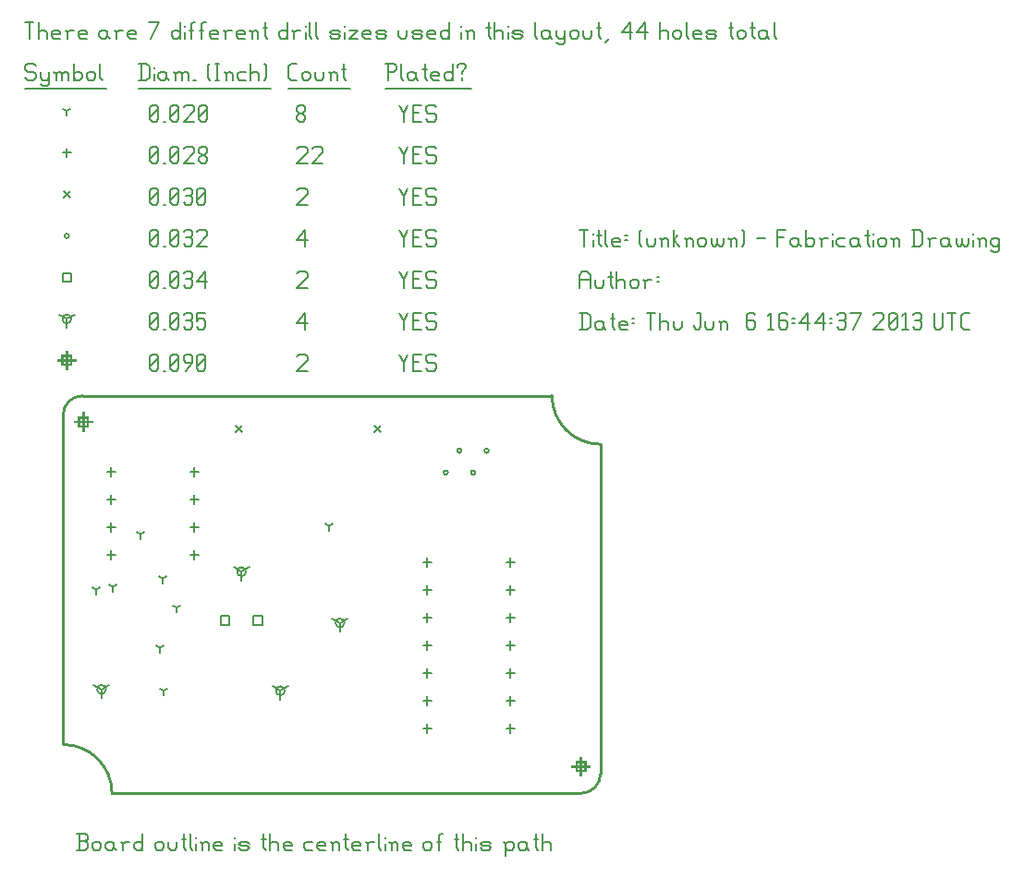
<source format=gbr>
G04 start of page 12 for group -3984 idx -3984 *
G04 Title: (unknown), fab *
G04 Creator: pcb 20110918 *
G04 CreationDate: Thu Jun  6 16:44:37 2013 UTC *
G04 For: fosse *
G04 Format: Gerber/RS-274X *
G04 PCB-Dimensions: 210000 156000 *
G04 PCB-Coordinate-Origin: lower left *
%MOIN*%
%FSLAX25Y25*%
%LNFAB*%
%ADD97C,0.0100*%
%ADD96C,0.0075*%
%ADD95C,0.0060*%
%ADD94R,0.0080X0.0080*%
G54D94*X21000Y148200D02*Y141800D01*
X17800Y145000D02*X24200D01*
X19400Y146600D02*X22600D01*
X19400D02*Y143400D01*
X22600D01*
Y146600D02*Y143400D01*
X200400Y23800D02*Y17400D01*
X197200Y20600D02*X203600D01*
X198800Y22200D02*X202000D01*
X198800D02*Y19000D01*
X202000D01*
Y22200D02*Y19000D01*
X15000Y170450D02*Y164050D01*
X11800Y167250D02*X18200D01*
X13400Y168850D02*X16600D01*
X13400D02*Y165650D01*
X16600D01*
Y168850D02*Y165650D01*
G54D95*X135000Y169500D02*X136500Y166500D01*
X138000Y169500D01*
X136500Y166500D02*Y163500D01*
X139800Y166800D02*X142050D01*
X139800Y163500D02*X142800D01*
X139800Y169500D02*Y163500D01*
Y169500D02*X142800D01*
X147600D02*X148350Y168750D01*
X145350Y169500D02*X147600D01*
X144600Y168750D02*X145350Y169500D01*
X144600Y168750D02*Y167250D01*
X145350Y166500D01*
X147600D01*
X148350Y165750D01*
Y164250D01*
X147600Y163500D02*X148350Y164250D01*
X145350Y163500D02*X147600D01*
X144600Y164250D02*X145350Y163500D01*
X98000Y168750D02*X98750Y169500D01*
X101000D01*
X101750Y168750D01*
Y167250D01*
X98000Y163500D02*X101750Y167250D01*
X98000Y163500D02*X101750D01*
X45000Y164250D02*X45750Y163500D01*
X45000Y168750D02*Y164250D01*
Y168750D02*X45750Y169500D01*
X47250D01*
X48000Y168750D01*
Y164250D01*
X47250Y163500D02*X48000Y164250D01*
X45750Y163500D02*X47250D01*
X45000Y165000D02*X48000Y168000D01*
X49800Y163500D02*X50550D01*
X52350Y164250D02*X53100Y163500D01*
X52350Y168750D02*Y164250D01*
Y168750D02*X53100Y169500D01*
X54600D01*
X55350Y168750D01*
Y164250D01*
X54600Y163500D02*X55350Y164250D01*
X53100Y163500D02*X54600D01*
X52350Y165000D02*X55350Y168000D01*
X57900Y163500D02*X60150Y166500D01*
Y168750D02*Y166500D01*
X59400Y169500D02*X60150Y168750D01*
X57900Y169500D02*X59400D01*
X57150Y168750D02*X57900Y169500D01*
X57150Y168750D02*Y167250D01*
X57900Y166500D01*
X60150D01*
X61950Y164250D02*X62700Y163500D01*
X61950Y168750D02*Y164250D01*
Y168750D02*X62700Y169500D01*
X64200D01*
X64950Y168750D01*
Y164250D01*
X64200Y163500D02*X64950Y164250D01*
X62700Y163500D02*X64200D01*
X61950Y165000D02*X64950Y168000D01*
X113500Y72500D02*Y69300D01*
Y72500D02*X116273Y74100D01*
X113500Y72500D02*X110727Y74100D01*
X111900Y72500D02*G75*G03X115100Y72500I1600J0D01*G01*
G75*G03X111900Y72500I-1600J0D01*G01*
X78000Y91000D02*Y87800D01*
Y91000D02*X80773Y92600D01*
X78000Y91000D02*X75227Y92600D01*
X76400Y91000D02*G75*G03X79600Y91000I1600J0D01*G01*
G75*G03X76400Y91000I-1600J0D01*G01*
X92000Y48000D02*Y44800D01*
Y48000D02*X94773Y49600D01*
X92000Y48000D02*X89227Y49600D01*
X90400Y48000D02*G75*G03X93600Y48000I1600J0D01*G01*
G75*G03X90400Y48000I-1600J0D01*G01*
X27500Y48500D02*Y45300D01*
Y48500D02*X30273Y50100D01*
X27500Y48500D02*X24727Y50100D01*
X25900Y48500D02*G75*G03X29100Y48500I1600J0D01*G01*
G75*G03X25900Y48500I-1600J0D01*G01*
X15000Y182250D02*Y179050D01*
Y182250D02*X17773Y183850D01*
X15000Y182250D02*X12227Y183850D01*
X13400Y182250D02*G75*G03X16600Y182250I1600J0D01*G01*
G75*G03X13400Y182250I-1600J0D01*G01*
X135000Y184500D02*X136500Y181500D01*
X138000Y184500D01*
X136500Y181500D02*Y178500D01*
X139800Y181800D02*X142050D01*
X139800Y178500D02*X142800D01*
X139800Y184500D02*Y178500D01*
Y184500D02*X142800D01*
X147600D02*X148350Y183750D01*
X145350Y184500D02*X147600D01*
X144600Y183750D02*X145350Y184500D01*
X144600Y183750D02*Y182250D01*
X145350Y181500D01*
X147600D01*
X148350Y180750D01*
Y179250D01*
X147600Y178500D02*X148350Y179250D01*
X145350Y178500D02*X147600D01*
X144600Y179250D02*X145350Y178500D01*
X98000Y180750D02*X101000Y184500D01*
X98000Y180750D02*X101750D01*
X101000Y184500D02*Y178500D01*
X45000Y179250D02*X45750Y178500D01*
X45000Y183750D02*Y179250D01*
Y183750D02*X45750Y184500D01*
X47250D01*
X48000Y183750D01*
Y179250D01*
X47250Y178500D02*X48000Y179250D01*
X45750Y178500D02*X47250D01*
X45000Y180000D02*X48000Y183000D01*
X49800Y178500D02*X50550D01*
X52350Y179250D02*X53100Y178500D01*
X52350Y183750D02*Y179250D01*
Y183750D02*X53100Y184500D01*
X54600D01*
X55350Y183750D01*
Y179250D01*
X54600Y178500D02*X55350Y179250D01*
X53100Y178500D02*X54600D01*
X52350Y180000D02*X55350Y183000D01*
X57150Y183750D02*X57900Y184500D01*
X59400D01*
X60150Y183750D01*
X59400Y178500D02*X60150Y179250D01*
X57900Y178500D02*X59400D01*
X57150Y179250D02*X57900Y178500D01*
Y181800D02*X59400D01*
X60150Y183750D02*Y182550D01*
Y181050D02*Y179250D01*
Y181050D02*X59400Y181800D01*
X60150Y182550D02*X59400Y181800D01*
X61950Y184500D02*X64950D01*
X61950D02*Y181500D01*
X62700Y182250D01*
X64200D01*
X64950Y181500D01*
Y179250D01*
X64200Y178500D02*X64950Y179250D01*
X62700Y178500D02*X64200D01*
X61950Y179250D02*X62700Y178500D01*
X70400Y75100D02*X73600D01*
X70400D02*Y71900D01*
X73600D01*
Y75100D02*Y71900D01*
X82200Y75100D02*X85400D01*
X82200D02*Y71900D01*
X85400D01*
Y75100D02*Y71900D01*
X13400Y198850D02*X16600D01*
X13400D02*Y195650D01*
X16600D01*
Y198850D02*Y195650D01*
X135000Y199500D02*X136500Y196500D01*
X138000Y199500D01*
X136500Y196500D02*Y193500D01*
X139800Y196800D02*X142050D01*
X139800Y193500D02*X142800D01*
X139800Y199500D02*Y193500D01*
Y199500D02*X142800D01*
X147600D02*X148350Y198750D01*
X145350Y199500D02*X147600D01*
X144600Y198750D02*X145350Y199500D01*
X144600Y198750D02*Y197250D01*
X145350Y196500D01*
X147600D01*
X148350Y195750D01*
Y194250D01*
X147600Y193500D02*X148350Y194250D01*
X145350Y193500D02*X147600D01*
X144600Y194250D02*X145350Y193500D01*
X98000Y198750D02*X98750Y199500D01*
X101000D01*
X101750Y198750D01*
Y197250D01*
X98000Y193500D02*X101750Y197250D01*
X98000Y193500D02*X101750D01*
X45000Y194250D02*X45750Y193500D01*
X45000Y198750D02*Y194250D01*
Y198750D02*X45750Y199500D01*
X47250D01*
X48000Y198750D01*
Y194250D01*
X47250Y193500D02*X48000Y194250D01*
X45750Y193500D02*X47250D01*
X45000Y195000D02*X48000Y198000D01*
X49800Y193500D02*X50550D01*
X52350Y194250D02*X53100Y193500D01*
X52350Y198750D02*Y194250D01*
Y198750D02*X53100Y199500D01*
X54600D01*
X55350Y198750D01*
Y194250D01*
X54600Y193500D02*X55350Y194250D01*
X53100Y193500D02*X54600D01*
X52350Y195000D02*X55350Y198000D01*
X57150Y198750D02*X57900Y199500D01*
X59400D01*
X60150Y198750D01*
X59400Y193500D02*X60150Y194250D01*
X57900Y193500D02*X59400D01*
X57150Y194250D02*X57900Y193500D01*
Y196800D02*X59400D01*
X60150Y198750D02*Y197550D01*
Y196050D02*Y194250D01*
Y196050D02*X59400Y196800D01*
X60150Y197550D02*X59400Y196800D01*
X61950Y195750D02*X64950Y199500D01*
X61950Y195750D02*X65700D01*
X64950Y199500D02*Y193500D01*
X150857Y126771D02*G75*G03X152457Y126771I800J0D01*G01*
G75*G03X150857Y126771I-800J0D01*G01*
X155779Y134645D02*G75*G03X157379Y134645I800J0D01*G01*
G75*G03X155779Y134645I-800J0D01*G01*
X160700Y126771D02*G75*G03X162300Y126771I800J0D01*G01*
G75*G03X160700Y126771I-800J0D01*G01*
X165621Y134645D02*G75*G03X167221Y134645I800J0D01*G01*
G75*G03X165621Y134645I-800J0D01*G01*
X14200Y212250D02*G75*G03X15800Y212250I800J0D01*G01*
G75*G03X14200Y212250I-800J0D01*G01*
X135000Y214500D02*X136500Y211500D01*
X138000Y214500D01*
X136500Y211500D02*Y208500D01*
X139800Y211800D02*X142050D01*
X139800Y208500D02*X142800D01*
X139800Y214500D02*Y208500D01*
Y214500D02*X142800D01*
X147600D02*X148350Y213750D01*
X145350Y214500D02*X147600D01*
X144600Y213750D02*X145350Y214500D01*
X144600Y213750D02*Y212250D01*
X145350Y211500D01*
X147600D01*
X148350Y210750D01*
Y209250D01*
X147600Y208500D02*X148350Y209250D01*
X145350Y208500D02*X147600D01*
X144600Y209250D02*X145350Y208500D01*
X98000Y210750D02*X101000Y214500D01*
X98000Y210750D02*X101750D01*
X101000Y214500D02*Y208500D01*
X45000Y209250D02*X45750Y208500D01*
X45000Y213750D02*Y209250D01*
Y213750D02*X45750Y214500D01*
X47250D01*
X48000Y213750D01*
Y209250D01*
X47250Y208500D02*X48000Y209250D01*
X45750Y208500D02*X47250D01*
X45000Y210000D02*X48000Y213000D01*
X49800Y208500D02*X50550D01*
X52350Y209250D02*X53100Y208500D01*
X52350Y213750D02*Y209250D01*
Y213750D02*X53100Y214500D01*
X54600D01*
X55350Y213750D01*
Y209250D01*
X54600Y208500D02*X55350Y209250D01*
X53100Y208500D02*X54600D01*
X52350Y210000D02*X55350Y213000D01*
X57150Y213750D02*X57900Y214500D01*
X59400D01*
X60150Y213750D01*
X59400Y208500D02*X60150Y209250D01*
X57900Y208500D02*X59400D01*
X57150Y209250D02*X57900Y208500D01*
Y211800D02*X59400D01*
X60150Y213750D02*Y212550D01*
Y211050D02*Y209250D01*
Y211050D02*X59400Y211800D01*
X60150Y212550D02*X59400Y211800D01*
X61950Y213750D02*X62700Y214500D01*
X64950D01*
X65700Y213750D01*
Y212250D01*
X61950Y208500D02*X65700Y212250D01*
X61950Y208500D02*X65700D01*
X75800Y143700D02*X78200Y141300D01*
X75800D02*X78200Y143700D01*
X125800D02*X128200Y141300D01*
X125800D02*X128200Y143700D01*
X13800Y228450D02*X16200Y226050D01*
X13800D02*X16200Y228450D01*
X135000Y229500D02*X136500Y226500D01*
X138000Y229500D01*
X136500Y226500D02*Y223500D01*
X139800Y226800D02*X142050D01*
X139800Y223500D02*X142800D01*
X139800Y229500D02*Y223500D01*
Y229500D02*X142800D01*
X147600D02*X148350Y228750D01*
X145350Y229500D02*X147600D01*
X144600Y228750D02*X145350Y229500D01*
X144600Y228750D02*Y227250D01*
X145350Y226500D01*
X147600D01*
X148350Y225750D01*
Y224250D01*
X147600Y223500D02*X148350Y224250D01*
X145350Y223500D02*X147600D01*
X144600Y224250D02*X145350Y223500D01*
X98000Y228750D02*X98750Y229500D01*
X101000D01*
X101750Y228750D01*
Y227250D01*
X98000Y223500D02*X101750Y227250D01*
X98000Y223500D02*X101750D01*
X45000Y224250D02*X45750Y223500D01*
X45000Y228750D02*Y224250D01*
Y228750D02*X45750Y229500D01*
X47250D01*
X48000Y228750D01*
Y224250D01*
X47250Y223500D02*X48000Y224250D01*
X45750Y223500D02*X47250D01*
X45000Y225000D02*X48000Y228000D01*
X49800Y223500D02*X50550D01*
X52350Y224250D02*X53100Y223500D01*
X52350Y228750D02*Y224250D01*
Y228750D02*X53100Y229500D01*
X54600D01*
X55350Y228750D01*
Y224250D01*
X54600Y223500D02*X55350Y224250D01*
X53100Y223500D02*X54600D01*
X52350Y225000D02*X55350Y228000D01*
X57150Y228750D02*X57900Y229500D01*
X59400D01*
X60150Y228750D01*
X59400Y223500D02*X60150Y224250D01*
X57900Y223500D02*X59400D01*
X57150Y224250D02*X57900Y223500D01*
Y226800D02*X59400D01*
X60150Y228750D02*Y227550D01*
Y226050D02*Y224250D01*
Y226050D02*X59400Y226800D01*
X60150Y227550D02*X59400Y226800D01*
X61950Y224250D02*X62700Y223500D01*
X61950Y228750D02*Y224250D01*
Y228750D02*X62700Y229500D01*
X64200D01*
X64950Y228750D01*
Y224250D01*
X64200Y223500D02*X64950Y224250D01*
X62700Y223500D02*X64200D01*
X61950Y225000D02*X64950Y228000D01*
X145000Y36100D02*Y32900D01*
X143400Y34500D02*X146600D01*
X145000Y46100D02*Y42900D01*
X143400Y44500D02*X146600D01*
X145000Y56100D02*Y52900D01*
X143400Y54500D02*X146600D01*
X145000Y66100D02*Y62900D01*
X143400Y64500D02*X146600D01*
X145000Y76100D02*Y72900D01*
X143400Y74500D02*X146600D01*
X145000Y86100D02*Y82900D01*
X143400Y84500D02*X146600D01*
X145000Y96100D02*Y92900D01*
X143400Y94500D02*X146600D01*
X175000Y96100D02*Y92900D01*
X173400Y94500D02*X176600D01*
X175000Y86100D02*Y82900D01*
X173400Y84500D02*X176600D01*
X175000Y76100D02*Y72900D01*
X173400Y74500D02*X176600D01*
X175000Y66100D02*Y62900D01*
X173400Y64500D02*X176600D01*
X175000Y56100D02*Y52900D01*
X173400Y54500D02*X176600D01*
X175000Y46100D02*Y42900D01*
X173400Y44500D02*X176600D01*
X175000Y36100D02*Y32900D01*
X173400Y34500D02*X176600D01*
X31000Y98600D02*Y95400D01*
X29400Y97000D02*X32600D01*
X31000Y108600D02*Y105400D01*
X29400Y107000D02*X32600D01*
X31000Y118600D02*Y115400D01*
X29400Y117000D02*X32600D01*
X31000Y128600D02*Y125400D01*
X29400Y127000D02*X32600D01*
X61000Y128600D02*Y125400D01*
X59400Y127000D02*X62600D01*
X61000Y118600D02*Y115400D01*
X59400Y117000D02*X62600D01*
X61000Y108600D02*Y105400D01*
X59400Y107000D02*X62600D01*
X61000Y98600D02*Y95400D01*
X59400Y97000D02*X62600D01*
X15000Y243850D02*Y240650D01*
X13400Y242250D02*X16600D01*
X135000Y244500D02*X136500Y241500D01*
X138000Y244500D01*
X136500Y241500D02*Y238500D01*
X139800Y241800D02*X142050D01*
X139800Y238500D02*X142800D01*
X139800Y244500D02*Y238500D01*
Y244500D02*X142800D01*
X147600D02*X148350Y243750D01*
X145350Y244500D02*X147600D01*
X144600Y243750D02*X145350Y244500D01*
X144600Y243750D02*Y242250D01*
X145350Y241500D01*
X147600D01*
X148350Y240750D01*
Y239250D01*
X147600Y238500D02*X148350Y239250D01*
X145350Y238500D02*X147600D01*
X144600Y239250D02*X145350Y238500D01*
X98000Y243750D02*X98750Y244500D01*
X101000D01*
X101750Y243750D01*
Y242250D01*
X98000Y238500D02*X101750Y242250D01*
X98000Y238500D02*X101750D01*
X103550Y243750D02*X104300Y244500D01*
X106550D01*
X107300Y243750D01*
Y242250D01*
X103550Y238500D02*X107300Y242250D01*
X103550Y238500D02*X107300D01*
X45000Y239250D02*X45750Y238500D01*
X45000Y243750D02*Y239250D01*
Y243750D02*X45750Y244500D01*
X47250D01*
X48000Y243750D01*
Y239250D01*
X47250Y238500D02*X48000Y239250D01*
X45750Y238500D02*X47250D01*
X45000Y240000D02*X48000Y243000D01*
X49800Y238500D02*X50550D01*
X52350Y239250D02*X53100Y238500D01*
X52350Y243750D02*Y239250D01*
Y243750D02*X53100Y244500D01*
X54600D01*
X55350Y243750D01*
Y239250D01*
X54600Y238500D02*X55350Y239250D01*
X53100Y238500D02*X54600D01*
X52350Y240000D02*X55350Y243000D01*
X57150Y243750D02*X57900Y244500D01*
X60150D01*
X60900Y243750D01*
Y242250D01*
X57150Y238500D02*X60900Y242250D01*
X57150Y238500D02*X60900D01*
X62700Y239250D02*X63450Y238500D01*
X62700Y240450D02*Y239250D01*
Y240450D02*X63750Y241500D01*
X64650D01*
X65700Y240450D01*
Y239250D01*
X64950Y238500D02*X65700Y239250D01*
X63450Y238500D02*X64950D01*
X62700Y242550D02*X63750Y241500D01*
X62700Y243750D02*Y242550D01*
Y243750D02*X63450Y244500D01*
X64950D01*
X65700Y243750D01*
Y242550D01*
X64650Y241500D02*X65700Y242550D01*
X109500Y107500D02*Y105900D01*
Y107500D02*X110887Y108300D01*
X109500Y107500D02*X108113Y108300D01*
X49500Y88500D02*Y86900D01*
Y88500D02*X50887Y89300D01*
X49500Y88500D02*X48113Y89300D01*
X54500Y78000D02*Y76400D01*
Y78000D02*X55887Y78800D01*
X54500Y78000D02*X53113Y78800D01*
X41500Y104500D02*Y102900D01*
Y104500D02*X42887Y105300D01*
X41500Y104500D02*X40113Y105300D01*
X48500Y63500D02*Y61900D01*
Y63500D02*X49887Y64300D01*
X48500Y63500D02*X47113Y64300D01*
X50000Y48000D02*Y46400D01*
Y48000D02*X51387Y48800D01*
X50000Y48000D02*X48613Y48800D01*
X31500Y85500D02*Y83900D01*
Y85500D02*X32887Y86300D01*
X31500Y85500D02*X30113Y86300D01*
X25500Y84500D02*Y82900D01*
Y84500D02*X26887Y85300D01*
X25500Y84500D02*X24113Y85300D01*
X15000Y257250D02*Y255650D01*
Y257250D02*X16387Y258050D01*
X15000Y257250D02*X13613Y258050D01*
X135000Y259500D02*X136500Y256500D01*
X138000Y259500D01*
X136500Y256500D02*Y253500D01*
X139800Y256800D02*X142050D01*
X139800Y253500D02*X142800D01*
X139800Y259500D02*Y253500D01*
Y259500D02*X142800D01*
X147600D02*X148350Y258750D01*
X145350Y259500D02*X147600D01*
X144600Y258750D02*X145350Y259500D01*
X144600Y258750D02*Y257250D01*
X145350Y256500D01*
X147600D01*
X148350Y255750D01*
Y254250D01*
X147600Y253500D02*X148350Y254250D01*
X145350Y253500D02*X147600D01*
X144600Y254250D02*X145350Y253500D01*
X98000Y254250D02*X98750Y253500D01*
X98000Y255450D02*Y254250D01*
Y255450D02*X99050Y256500D01*
X99950D01*
X101000Y255450D01*
Y254250D01*
X100250Y253500D02*X101000Y254250D01*
X98750Y253500D02*X100250D01*
X98000Y257550D02*X99050Y256500D01*
X98000Y258750D02*Y257550D01*
Y258750D02*X98750Y259500D01*
X100250D01*
X101000Y258750D01*
Y257550D01*
X99950Y256500D02*X101000Y257550D01*
X45000Y254250D02*X45750Y253500D01*
X45000Y258750D02*Y254250D01*
Y258750D02*X45750Y259500D01*
X47250D01*
X48000Y258750D01*
Y254250D01*
X47250Y253500D02*X48000Y254250D01*
X45750Y253500D02*X47250D01*
X45000Y255000D02*X48000Y258000D01*
X49800Y253500D02*X50550D01*
X52350Y254250D02*X53100Y253500D01*
X52350Y258750D02*Y254250D01*
Y258750D02*X53100Y259500D01*
X54600D01*
X55350Y258750D01*
Y254250D01*
X54600Y253500D02*X55350Y254250D01*
X53100Y253500D02*X54600D01*
X52350Y255000D02*X55350Y258000D01*
X57150Y258750D02*X57900Y259500D01*
X60150D01*
X60900Y258750D01*
Y257250D01*
X57150Y253500D02*X60900Y257250D01*
X57150Y253500D02*X60900D01*
X62700Y254250D02*X63450Y253500D01*
X62700Y258750D02*Y254250D01*
Y258750D02*X63450Y259500D01*
X64950D01*
X65700Y258750D01*
Y254250D01*
X64950Y253500D02*X65700Y254250D01*
X63450Y253500D02*X64950D01*
X62700Y255000D02*X65700Y258000D01*
X3000Y274500D02*X3750Y273750D01*
X750Y274500D02*X3000D01*
X0Y273750D02*X750Y274500D01*
X0Y273750D02*Y272250D01*
X750Y271500D01*
X3000D01*
X3750Y270750D01*
Y269250D01*
X3000Y268500D02*X3750Y269250D01*
X750Y268500D02*X3000D01*
X0Y269250D02*X750Y268500D01*
X5550Y271500D02*Y269250D01*
X6300Y268500D01*
X8550Y271500D02*Y267000D01*
X7800Y266250D02*X8550Y267000D01*
X6300Y266250D02*X7800D01*
X5550Y267000D02*X6300Y266250D01*
Y268500D02*X7800D01*
X8550Y269250D01*
X11100Y270750D02*Y268500D01*
Y270750D02*X11850Y271500D01*
X12600D01*
X13350Y270750D01*
Y268500D01*
Y270750D02*X14100Y271500D01*
X14850D01*
X15600Y270750D01*
Y268500D01*
X10350Y271500D02*X11100Y270750D01*
X17400Y274500D02*Y268500D01*
Y269250D02*X18150Y268500D01*
X19650D01*
X20400Y269250D01*
Y270750D02*Y269250D01*
X19650Y271500D02*X20400Y270750D01*
X18150Y271500D02*X19650D01*
X17400Y270750D02*X18150Y271500D01*
X22200Y270750D02*Y269250D01*
Y270750D02*X22950Y271500D01*
X24450D01*
X25200Y270750D01*
Y269250D01*
X24450Y268500D02*X25200Y269250D01*
X22950Y268500D02*X24450D01*
X22200Y269250D02*X22950Y268500D01*
X27000Y274500D02*Y269250D01*
X27750Y268500D01*
X0Y265250D02*X29250D01*
X41750Y274500D02*Y268500D01*
X43700Y274500D02*X44750Y273450D01*
Y269550D01*
X43700Y268500D02*X44750Y269550D01*
X41000Y268500D02*X43700D01*
X41000Y274500D02*X43700D01*
G54D96*X46550Y273000D02*Y272850D01*
G54D95*Y270750D02*Y268500D01*
X50300Y271500D02*X51050Y270750D01*
X48800Y271500D02*X50300D01*
X48050Y270750D02*X48800Y271500D01*
X48050Y270750D02*Y269250D01*
X48800Y268500D01*
X51050Y271500D02*Y269250D01*
X51800Y268500D01*
X48800D02*X50300D01*
X51050Y269250D01*
X54350Y270750D02*Y268500D01*
Y270750D02*X55100Y271500D01*
X55850D01*
X56600Y270750D01*
Y268500D01*
Y270750D02*X57350Y271500D01*
X58100D01*
X58850Y270750D01*
Y268500D01*
X53600Y271500D02*X54350Y270750D01*
X60650Y268500D02*X61400D01*
X65900Y269250D02*X66650Y268500D01*
X65900Y273750D02*X66650Y274500D01*
X65900Y273750D02*Y269250D01*
X68450Y274500D02*X69950D01*
X69200D02*Y268500D01*
X68450D02*X69950D01*
X72500Y270750D02*Y268500D01*
Y270750D02*X73250Y271500D01*
X74000D01*
X74750Y270750D01*
Y268500D01*
X71750Y271500D02*X72500Y270750D01*
X77300Y271500D02*X79550D01*
X76550Y270750D02*X77300Y271500D01*
X76550Y270750D02*Y269250D01*
X77300Y268500D01*
X79550D01*
X81350Y274500D02*Y268500D01*
Y270750D02*X82100Y271500D01*
X83600D01*
X84350Y270750D01*
Y268500D01*
X86150Y274500D02*X86900Y273750D01*
Y269250D01*
X86150Y268500D02*X86900Y269250D01*
X41000Y265250D02*X88700D01*
X96050Y268500D02*X98000D01*
X95000Y269550D02*X96050Y268500D01*
X95000Y273450D02*Y269550D01*
Y273450D02*X96050Y274500D01*
X98000D01*
X99800Y270750D02*Y269250D01*
Y270750D02*X100550Y271500D01*
X102050D01*
X102800Y270750D01*
Y269250D01*
X102050Y268500D02*X102800Y269250D01*
X100550Y268500D02*X102050D01*
X99800Y269250D02*X100550Y268500D01*
X104600Y271500D02*Y269250D01*
X105350Y268500D01*
X106850D01*
X107600Y269250D01*
Y271500D02*Y269250D01*
X110150Y270750D02*Y268500D01*
Y270750D02*X110900Y271500D01*
X111650D01*
X112400Y270750D01*
Y268500D01*
X109400Y271500D02*X110150Y270750D01*
X114950Y274500D02*Y269250D01*
X115700Y268500D01*
X114200Y272250D02*X115700D01*
X95000Y265250D02*X117200D01*
X130750Y274500D02*Y268500D01*
X130000Y274500D02*X133000D01*
X133750Y273750D01*
Y272250D01*
X133000Y271500D02*X133750Y272250D01*
X130750Y271500D02*X133000D01*
X135550Y274500D02*Y269250D01*
X136300Y268500D01*
X140050Y271500D02*X140800Y270750D01*
X138550Y271500D02*X140050D01*
X137800Y270750D02*X138550Y271500D01*
X137800Y270750D02*Y269250D01*
X138550Y268500D01*
X140800Y271500D02*Y269250D01*
X141550Y268500D01*
X138550D02*X140050D01*
X140800Y269250D01*
X144100Y274500D02*Y269250D01*
X144850Y268500D01*
X143350Y272250D02*X144850D01*
X147100Y268500D02*X149350D01*
X146350Y269250D02*X147100Y268500D01*
X146350Y270750D02*Y269250D01*
Y270750D02*X147100Y271500D01*
X148600D01*
X149350Y270750D01*
X146350Y270000D02*X149350D01*
Y270750D02*Y270000D01*
X154150Y274500D02*Y268500D01*
X153400D02*X154150Y269250D01*
X151900Y268500D02*X153400D01*
X151150Y269250D02*X151900Y268500D01*
X151150Y270750D02*Y269250D01*
Y270750D02*X151900Y271500D01*
X153400D01*
X154150Y270750D01*
X157450Y271500D02*Y270750D01*
Y269250D02*Y268500D01*
X155950Y273750D02*Y273000D01*
Y273750D02*X156700Y274500D01*
X158200D01*
X158950Y273750D01*
Y273000D01*
X157450Y271500D02*X158950Y273000D01*
X130000Y265250D02*X160750D01*
X0Y289500D02*X3000D01*
X1500D02*Y283500D01*
X4800Y289500D02*Y283500D01*
Y285750D02*X5550Y286500D01*
X7050D01*
X7800Y285750D01*
Y283500D01*
X10350D02*X12600D01*
X9600Y284250D02*X10350Y283500D01*
X9600Y285750D02*Y284250D01*
Y285750D02*X10350Y286500D01*
X11850D01*
X12600Y285750D01*
X9600Y285000D02*X12600D01*
Y285750D02*Y285000D01*
X15150Y285750D02*Y283500D01*
Y285750D02*X15900Y286500D01*
X17400D01*
X14400D02*X15150Y285750D01*
X19950Y283500D02*X22200D01*
X19200Y284250D02*X19950Y283500D01*
X19200Y285750D02*Y284250D01*
Y285750D02*X19950Y286500D01*
X21450D01*
X22200Y285750D01*
X19200Y285000D02*X22200D01*
Y285750D02*Y285000D01*
X28950Y286500D02*X29700Y285750D01*
X27450Y286500D02*X28950D01*
X26700Y285750D02*X27450Y286500D01*
X26700Y285750D02*Y284250D01*
X27450Y283500D01*
X29700Y286500D02*Y284250D01*
X30450Y283500D01*
X27450D02*X28950D01*
X29700Y284250D01*
X33000Y285750D02*Y283500D01*
Y285750D02*X33750Y286500D01*
X35250D01*
X32250D02*X33000Y285750D01*
X37800Y283500D02*X40050D01*
X37050Y284250D02*X37800Y283500D01*
X37050Y285750D02*Y284250D01*
Y285750D02*X37800Y286500D01*
X39300D01*
X40050Y285750D01*
X37050Y285000D02*X40050D01*
Y285750D02*Y285000D01*
X45300Y283500D02*X48300Y289500D01*
X44550D02*X48300D01*
X55800D02*Y283500D01*
X55050D02*X55800Y284250D01*
X53550Y283500D02*X55050D01*
X52800Y284250D02*X53550Y283500D01*
X52800Y285750D02*Y284250D01*
Y285750D02*X53550Y286500D01*
X55050D01*
X55800Y285750D01*
G54D96*X57600Y288000D02*Y287850D01*
G54D95*Y285750D02*Y283500D01*
X59850Y288750D02*Y283500D01*
Y288750D02*X60600Y289500D01*
X61350D01*
X59100Y286500D02*X60600D01*
X63600Y288750D02*Y283500D01*
Y288750D02*X64350Y289500D01*
X65100D01*
X62850Y286500D02*X64350D01*
X67350Y283500D02*X69600D01*
X66600Y284250D02*X67350Y283500D01*
X66600Y285750D02*Y284250D01*
Y285750D02*X67350Y286500D01*
X68850D01*
X69600Y285750D01*
X66600Y285000D02*X69600D01*
Y285750D02*Y285000D01*
X72150Y285750D02*Y283500D01*
Y285750D02*X72900Y286500D01*
X74400D01*
X71400D02*X72150Y285750D01*
X76950Y283500D02*X79200D01*
X76200Y284250D02*X76950Y283500D01*
X76200Y285750D02*Y284250D01*
Y285750D02*X76950Y286500D01*
X78450D01*
X79200Y285750D01*
X76200Y285000D02*X79200D01*
Y285750D02*Y285000D01*
X81750Y285750D02*Y283500D01*
Y285750D02*X82500Y286500D01*
X83250D01*
X84000Y285750D01*
Y283500D01*
X81000Y286500D02*X81750Y285750D01*
X86550Y289500D02*Y284250D01*
X87300Y283500D01*
X85800Y287250D02*X87300D01*
X94500Y289500D02*Y283500D01*
X93750D02*X94500Y284250D01*
X92250Y283500D02*X93750D01*
X91500Y284250D02*X92250Y283500D01*
X91500Y285750D02*Y284250D01*
Y285750D02*X92250Y286500D01*
X93750D01*
X94500Y285750D01*
X97050D02*Y283500D01*
Y285750D02*X97800Y286500D01*
X99300D01*
X96300D02*X97050Y285750D01*
G54D96*X101100Y288000D02*Y287850D01*
G54D95*Y285750D02*Y283500D01*
X102600Y289500D02*Y284250D01*
X103350Y283500D01*
X104850Y289500D02*Y284250D01*
X105600Y283500D01*
X110550D02*X112800D01*
X113550Y284250D01*
X112800Y285000D02*X113550Y284250D01*
X110550Y285000D02*X112800D01*
X109800Y285750D02*X110550Y285000D01*
X109800Y285750D02*X110550Y286500D01*
X112800D01*
X113550Y285750D01*
X109800Y284250D02*X110550Y283500D01*
G54D96*X115350Y288000D02*Y287850D01*
G54D95*Y285750D02*Y283500D01*
X116850Y286500D02*X119850D01*
X116850Y283500D02*X119850Y286500D01*
X116850Y283500D02*X119850D01*
X122400D02*X124650D01*
X121650Y284250D02*X122400Y283500D01*
X121650Y285750D02*Y284250D01*
Y285750D02*X122400Y286500D01*
X123900D01*
X124650Y285750D01*
X121650Y285000D02*X124650D01*
Y285750D02*Y285000D01*
X127200Y283500D02*X129450D01*
X130200Y284250D01*
X129450Y285000D02*X130200Y284250D01*
X127200Y285000D02*X129450D01*
X126450Y285750D02*X127200Y285000D01*
X126450Y285750D02*X127200Y286500D01*
X129450D01*
X130200Y285750D01*
X126450Y284250D02*X127200Y283500D01*
X134700Y286500D02*Y284250D01*
X135450Y283500D01*
X136950D01*
X137700Y284250D01*
Y286500D02*Y284250D01*
X140250Y283500D02*X142500D01*
X143250Y284250D01*
X142500Y285000D02*X143250Y284250D01*
X140250Y285000D02*X142500D01*
X139500Y285750D02*X140250Y285000D01*
X139500Y285750D02*X140250Y286500D01*
X142500D01*
X143250Y285750D01*
X139500Y284250D02*X140250Y283500D01*
X145800D02*X148050D01*
X145050Y284250D02*X145800Y283500D01*
X145050Y285750D02*Y284250D01*
Y285750D02*X145800Y286500D01*
X147300D01*
X148050Y285750D01*
X145050Y285000D02*X148050D01*
Y285750D02*Y285000D01*
X152850Y289500D02*Y283500D01*
X152100D02*X152850Y284250D01*
X150600Y283500D02*X152100D01*
X149850Y284250D02*X150600Y283500D01*
X149850Y285750D02*Y284250D01*
Y285750D02*X150600Y286500D01*
X152100D01*
X152850Y285750D01*
G54D96*X157350Y288000D02*Y287850D01*
G54D95*Y285750D02*Y283500D01*
X159600Y285750D02*Y283500D01*
Y285750D02*X160350Y286500D01*
X161100D01*
X161850Y285750D01*
Y283500D01*
X158850Y286500D02*X159600Y285750D01*
X167100Y289500D02*Y284250D01*
X167850Y283500D01*
X166350Y287250D02*X167850D01*
X169350Y289500D02*Y283500D01*
Y285750D02*X170100Y286500D01*
X171600D01*
X172350Y285750D01*
Y283500D01*
G54D96*X174150Y288000D02*Y287850D01*
G54D95*Y285750D02*Y283500D01*
X176400D02*X178650D01*
X179400Y284250D01*
X178650Y285000D02*X179400Y284250D01*
X176400Y285000D02*X178650D01*
X175650Y285750D02*X176400Y285000D01*
X175650Y285750D02*X176400Y286500D01*
X178650D01*
X179400Y285750D01*
X175650Y284250D02*X176400Y283500D01*
X183900Y289500D02*Y284250D01*
X184650Y283500D01*
X188400Y286500D02*X189150Y285750D01*
X186900Y286500D02*X188400D01*
X186150Y285750D02*X186900Y286500D01*
X186150Y285750D02*Y284250D01*
X186900Y283500D01*
X189150Y286500D02*Y284250D01*
X189900Y283500D01*
X186900D02*X188400D01*
X189150Y284250D01*
X191700Y286500D02*Y284250D01*
X192450Y283500D01*
X194700Y286500D02*Y282000D01*
X193950Y281250D02*X194700Y282000D01*
X192450Y281250D02*X193950D01*
X191700Y282000D02*X192450Y281250D01*
Y283500D02*X193950D01*
X194700Y284250D01*
X196500Y285750D02*Y284250D01*
Y285750D02*X197250Y286500D01*
X198750D01*
X199500Y285750D01*
Y284250D01*
X198750Y283500D02*X199500Y284250D01*
X197250Y283500D02*X198750D01*
X196500Y284250D02*X197250Y283500D01*
X201300Y286500D02*Y284250D01*
X202050Y283500D01*
X203550D01*
X204300Y284250D01*
Y286500D02*Y284250D01*
X206850Y289500D02*Y284250D01*
X207600Y283500D01*
X206100Y287250D02*X207600D01*
X209100Y282000D02*X210600Y283500D01*
X215100Y285750D02*X218100Y289500D01*
X215100Y285750D02*X218850D01*
X218100Y289500D02*Y283500D01*
X220650Y285750D02*X223650Y289500D01*
X220650Y285750D02*X224400D01*
X223650Y289500D02*Y283500D01*
X228900Y289500D02*Y283500D01*
Y285750D02*X229650Y286500D01*
X231150D01*
X231900Y285750D01*
Y283500D01*
X233700Y285750D02*Y284250D01*
Y285750D02*X234450Y286500D01*
X235950D01*
X236700Y285750D01*
Y284250D01*
X235950Y283500D02*X236700Y284250D01*
X234450Y283500D02*X235950D01*
X233700Y284250D02*X234450Y283500D01*
X238500Y289500D02*Y284250D01*
X239250Y283500D01*
X241500D02*X243750D01*
X240750Y284250D02*X241500Y283500D01*
X240750Y285750D02*Y284250D01*
Y285750D02*X241500Y286500D01*
X243000D01*
X243750Y285750D01*
X240750Y285000D02*X243750D01*
Y285750D02*Y285000D01*
X246300Y283500D02*X248550D01*
X249300Y284250D01*
X248550Y285000D02*X249300Y284250D01*
X246300Y285000D02*X248550D01*
X245550Y285750D02*X246300Y285000D01*
X245550Y285750D02*X246300Y286500D01*
X248550D01*
X249300Y285750D01*
X245550Y284250D02*X246300Y283500D01*
X254550Y289500D02*Y284250D01*
X255300Y283500D01*
X253800Y287250D02*X255300D01*
X256800Y285750D02*Y284250D01*
Y285750D02*X257550Y286500D01*
X259050D01*
X259800Y285750D01*
Y284250D01*
X259050Y283500D02*X259800Y284250D01*
X257550Y283500D02*X259050D01*
X256800Y284250D02*X257550Y283500D01*
X262350Y289500D02*Y284250D01*
X263100Y283500D01*
X261600Y287250D02*X263100D01*
X266850Y286500D02*X267600Y285750D01*
X265350Y286500D02*X266850D01*
X264600Y285750D02*X265350Y286500D01*
X264600Y285750D02*Y284250D01*
X265350Y283500D01*
X267600Y286500D02*Y284250D01*
X268350Y283500D01*
X265350D02*X266850D01*
X267600Y284250D01*
X270150Y289500D02*Y284250D01*
X270900Y283500D01*
G54D97*X190000Y154500D02*X20500D01*
X207500Y18000D02*Y137000D01*
X31300Y11000D02*X200500D01*
X13700Y147800D02*Y28600D01*
X200500Y11000D02*G75*G03X207500Y18000I0J7000D01*G01*
X190000Y154500D02*G75*G03X207500Y137000I17500J0D01*G01*
X20600Y154500D02*G75*G03X13700Y147600I0J-6900D01*G01*
X13700Y28600D02*G75*G02X31300Y11000I0J-17600D01*G01*
G54D95*X18675Y-9500D02*X21675D01*
X22425Y-8750D01*
Y-6950D02*Y-8750D01*
X21675Y-6200D02*X22425Y-6950D01*
X19425Y-6200D02*X21675D01*
X19425Y-3500D02*Y-9500D01*
X18675Y-3500D02*X21675D01*
X22425Y-4250D01*
Y-5450D01*
X21675Y-6200D02*X22425Y-5450D01*
X24225Y-7250D02*Y-8750D01*
Y-7250D02*X24975Y-6500D01*
X26475D01*
X27225Y-7250D01*
Y-8750D01*
X26475Y-9500D02*X27225Y-8750D01*
X24975Y-9500D02*X26475D01*
X24225Y-8750D02*X24975Y-9500D01*
X31275Y-6500D02*X32025Y-7250D01*
X29775Y-6500D02*X31275D01*
X29025Y-7250D02*X29775Y-6500D01*
X29025Y-7250D02*Y-8750D01*
X29775Y-9500D01*
X32025Y-6500D02*Y-8750D01*
X32775Y-9500D01*
X29775D02*X31275D01*
X32025Y-8750D01*
X35325Y-7250D02*Y-9500D01*
Y-7250D02*X36075Y-6500D01*
X37575D01*
X34575D02*X35325Y-7250D01*
X42375Y-3500D02*Y-9500D01*
X41625D02*X42375Y-8750D01*
X40125Y-9500D02*X41625D01*
X39375Y-8750D02*X40125Y-9500D01*
X39375Y-7250D02*Y-8750D01*
Y-7250D02*X40125Y-6500D01*
X41625D01*
X42375Y-7250D01*
X46875D02*Y-8750D01*
Y-7250D02*X47625Y-6500D01*
X49125D01*
X49875Y-7250D01*
Y-8750D01*
X49125Y-9500D02*X49875Y-8750D01*
X47625Y-9500D02*X49125D01*
X46875Y-8750D02*X47625Y-9500D01*
X51675Y-6500D02*Y-8750D01*
X52425Y-9500D01*
X53925D01*
X54675Y-8750D01*
Y-6500D02*Y-8750D01*
X57225Y-3500D02*Y-8750D01*
X57975Y-9500D01*
X56475Y-5750D02*X57975D01*
X59475Y-3500D02*Y-8750D01*
X60225Y-9500D01*
G54D96*X61725Y-5000D02*Y-5150D01*
G54D95*Y-7250D02*Y-9500D01*
X63975Y-7250D02*Y-9500D01*
Y-7250D02*X64725Y-6500D01*
X65475D01*
X66225Y-7250D01*
Y-9500D01*
X63225Y-6500D02*X63975Y-7250D01*
X68775Y-9500D02*X71025D01*
X68025Y-8750D02*X68775Y-9500D01*
X68025Y-7250D02*Y-8750D01*
Y-7250D02*X68775Y-6500D01*
X70275D01*
X71025Y-7250D01*
X68025Y-8000D02*X71025D01*
Y-7250D02*Y-8000D01*
G54D96*X75525Y-5000D02*Y-5150D01*
G54D95*Y-7250D02*Y-9500D01*
X77775D02*X80025D01*
X80775Y-8750D01*
X80025Y-8000D02*X80775Y-8750D01*
X77775Y-8000D02*X80025D01*
X77025Y-7250D02*X77775Y-8000D01*
X77025Y-7250D02*X77775Y-6500D01*
X80025D01*
X80775Y-7250D01*
X77025Y-8750D02*X77775Y-9500D01*
X86025Y-3500D02*Y-8750D01*
X86775Y-9500D01*
X85275Y-5750D02*X86775D01*
X88275Y-3500D02*Y-9500D01*
Y-7250D02*X89025Y-6500D01*
X90525D01*
X91275Y-7250D01*
Y-9500D01*
X93825D02*X96075D01*
X93075Y-8750D02*X93825Y-9500D01*
X93075Y-7250D02*Y-8750D01*
Y-7250D02*X93825Y-6500D01*
X95325D01*
X96075Y-7250D01*
X93075Y-8000D02*X96075D01*
Y-7250D02*Y-8000D01*
X101325Y-6500D02*X103575D01*
X100575Y-7250D02*X101325Y-6500D01*
X100575Y-7250D02*Y-8750D01*
X101325Y-9500D01*
X103575D01*
X106125D02*X108375D01*
X105375Y-8750D02*X106125Y-9500D01*
X105375Y-7250D02*Y-8750D01*
Y-7250D02*X106125Y-6500D01*
X107625D01*
X108375Y-7250D01*
X105375Y-8000D02*X108375D01*
Y-7250D02*Y-8000D01*
X110925Y-7250D02*Y-9500D01*
Y-7250D02*X111675Y-6500D01*
X112425D01*
X113175Y-7250D01*
Y-9500D01*
X110175Y-6500D02*X110925Y-7250D01*
X115725Y-3500D02*Y-8750D01*
X116475Y-9500D01*
X114975Y-5750D02*X116475D01*
X118725Y-9500D02*X120975D01*
X117975Y-8750D02*X118725Y-9500D01*
X117975Y-7250D02*Y-8750D01*
Y-7250D02*X118725Y-6500D01*
X120225D01*
X120975Y-7250D01*
X117975Y-8000D02*X120975D01*
Y-7250D02*Y-8000D01*
X123525Y-7250D02*Y-9500D01*
Y-7250D02*X124275Y-6500D01*
X125775D01*
X122775D02*X123525Y-7250D01*
X127575Y-3500D02*Y-8750D01*
X128325Y-9500D01*
G54D96*X129825Y-5000D02*Y-5150D01*
G54D95*Y-7250D02*Y-9500D01*
X132075Y-7250D02*Y-9500D01*
Y-7250D02*X132825Y-6500D01*
X133575D01*
X134325Y-7250D01*
Y-9500D01*
X131325Y-6500D02*X132075Y-7250D01*
X136875Y-9500D02*X139125D01*
X136125Y-8750D02*X136875Y-9500D01*
X136125Y-7250D02*Y-8750D01*
Y-7250D02*X136875Y-6500D01*
X138375D01*
X139125Y-7250D01*
X136125Y-8000D02*X139125D01*
Y-7250D02*Y-8000D01*
X143625Y-7250D02*Y-8750D01*
Y-7250D02*X144375Y-6500D01*
X145875D01*
X146625Y-7250D01*
Y-8750D01*
X145875Y-9500D02*X146625Y-8750D01*
X144375Y-9500D02*X145875D01*
X143625Y-8750D02*X144375Y-9500D01*
X149175Y-4250D02*Y-9500D01*
Y-4250D02*X149925Y-3500D01*
X150675D01*
X148425Y-6500D02*X149925D01*
X155625Y-3500D02*Y-8750D01*
X156375Y-9500D01*
X154875Y-5750D02*X156375D01*
X157875Y-3500D02*Y-9500D01*
Y-7250D02*X158625Y-6500D01*
X160125D01*
X160875Y-7250D01*
Y-9500D01*
G54D96*X162675Y-5000D02*Y-5150D01*
G54D95*Y-7250D02*Y-9500D01*
X164925D02*X167175D01*
X167925Y-8750D01*
X167175Y-8000D02*X167925Y-8750D01*
X164925Y-8000D02*X167175D01*
X164175Y-7250D02*X164925Y-8000D01*
X164175Y-7250D02*X164925Y-6500D01*
X167175D01*
X167925Y-7250D01*
X164175Y-8750D02*X164925Y-9500D01*
X173175Y-7250D02*Y-11750D01*
X172425Y-6500D02*X173175Y-7250D01*
X173925Y-6500D01*
X175425D01*
X176175Y-7250D01*
Y-8750D01*
X175425Y-9500D02*X176175Y-8750D01*
X173925Y-9500D02*X175425D01*
X173175Y-8750D02*X173925Y-9500D01*
X180225Y-6500D02*X180975Y-7250D01*
X178725Y-6500D02*X180225D01*
X177975Y-7250D02*X178725Y-6500D01*
X177975Y-7250D02*Y-8750D01*
X178725Y-9500D01*
X180975Y-6500D02*Y-8750D01*
X181725Y-9500D01*
X178725D02*X180225D01*
X180975Y-8750D01*
X184275Y-3500D02*Y-8750D01*
X185025Y-9500D01*
X183525Y-5750D02*X185025D01*
X186525Y-3500D02*Y-9500D01*
Y-7250D02*X187275Y-6500D01*
X188775D01*
X189525Y-7250D01*
Y-9500D01*
X200750Y184500D02*Y178500D01*
X202700Y184500D02*X203750Y183450D01*
Y179550D01*
X202700Y178500D02*X203750Y179550D01*
X200000Y178500D02*X202700D01*
X200000Y184500D02*X202700D01*
X207800Y181500D02*X208550Y180750D01*
X206300Y181500D02*X207800D01*
X205550Y180750D02*X206300Y181500D01*
X205550Y180750D02*Y179250D01*
X206300Y178500D01*
X208550Y181500D02*Y179250D01*
X209300Y178500D01*
X206300D02*X207800D01*
X208550Y179250D01*
X211850Y184500D02*Y179250D01*
X212600Y178500D01*
X211100Y182250D02*X212600D01*
X214850Y178500D02*X217100D01*
X214100Y179250D02*X214850Y178500D01*
X214100Y180750D02*Y179250D01*
Y180750D02*X214850Y181500D01*
X216350D01*
X217100Y180750D01*
X214100Y180000D02*X217100D01*
Y180750D02*Y180000D01*
X218900Y182250D02*X219650D01*
X218900Y180750D02*X219650D01*
X224150Y184500D02*X227150D01*
X225650D02*Y178500D01*
X228950Y184500D02*Y178500D01*
Y180750D02*X229700Y181500D01*
X231200D01*
X231950Y180750D01*
Y178500D01*
X233750Y181500D02*Y179250D01*
X234500Y178500D01*
X236000D01*
X236750Y179250D01*
Y181500D02*Y179250D01*
X242300Y184500D02*X243500D01*
Y179250D01*
X242750Y178500D02*X243500Y179250D01*
X242000Y178500D02*X242750D01*
X241250Y179250D02*X242000Y178500D01*
X241250Y180000D02*Y179250D01*
X245300Y181500D02*Y179250D01*
X246050Y178500D01*
X247550D01*
X248300Y179250D01*
Y181500D02*Y179250D01*
X250850Y180750D02*Y178500D01*
Y180750D02*X251600Y181500D01*
X252350D01*
X253100Y180750D01*
Y178500D01*
X250100Y181500D02*X250850Y180750D01*
X262550Y184500D02*X263300Y183750D01*
X261050Y184500D02*X262550D01*
X260300Y183750D02*X261050Y184500D01*
X260300Y183750D02*Y179250D01*
X261050Y178500D01*
X262550Y181800D02*X263300Y181050D01*
X260300Y181800D02*X262550D01*
X261050Y178500D02*X262550D01*
X263300Y179250D01*
Y181050D02*Y179250D01*
X267800Y183300D02*X269000Y184500D01*
Y178500D01*
X267800D02*X270050D01*
X274100Y184500D02*X274850Y183750D01*
X272600Y184500D02*X274100D01*
X271850Y183750D02*X272600Y184500D01*
X271850Y183750D02*Y179250D01*
X272600Y178500D01*
X274100Y181800D02*X274850Y181050D01*
X271850Y181800D02*X274100D01*
X272600Y178500D02*X274100D01*
X274850Y179250D01*
Y181050D02*Y179250D01*
X276650Y182250D02*X277400D01*
X276650Y180750D02*X277400D01*
X279200D02*X282200Y184500D01*
X279200Y180750D02*X282950D01*
X282200Y184500D02*Y178500D01*
X284750Y180750D02*X287750Y184500D01*
X284750Y180750D02*X288500D01*
X287750Y184500D02*Y178500D01*
X290300Y182250D02*X291050D01*
X290300Y180750D02*X291050D01*
X292850Y183750D02*X293600Y184500D01*
X295100D01*
X295850Y183750D01*
X295100Y178500D02*X295850Y179250D01*
X293600Y178500D02*X295100D01*
X292850Y179250D02*X293600Y178500D01*
Y181800D02*X295100D01*
X295850Y183750D02*Y182550D01*
Y181050D02*Y179250D01*
Y181050D02*X295100Y181800D01*
X295850Y182550D02*X295100Y181800D01*
X298400Y178500D02*X301400Y184500D01*
X297650D02*X301400D01*
X305900Y183750D02*X306650Y184500D01*
X308900D01*
X309650Y183750D01*
Y182250D01*
X305900Y178500D02*X309650Y182250D01*
X305900Y178500D02*X309650D01*
X311450Y179250D02*X312200Y178500D01*
X311450Y183750D02*Y179250D01*
Y183750D02*X312200Y184500D01*
X313700D01*
X314450Y183750D01*
Y179250D01*
X313700Y178500D02*X314450Y179250D01*
X312200Y178500D02*X313700D01*
X311450Y180000D02*X314450Y183000D01*
X316250Y183300D02*X317450Y184500D01*
Y178500D01*
X316250D02*X318500D01*
X320300Y183750D02*X321050Y184500D01*
X322550D01*
X323300Y183750D01*
X322550Y178500D02*X323300Y179250D01*
X321050Y178500D02*X322550D01*
X320300Y179250D02*X321050Y178500D01*
Y181800D02*X322550D01*
X323300Y183750D02*Y182550D01*
Y181050D02*Y179250D01*
Y181050D02*X322550Y181800D01*
X323300Y182550D02*X322550Y181800D01*
X327800Y184500D02*Y179250D01*
X328550Y178500D01*
X330050D01*
X330800Y179250D01*
Y184500D02*Y179250D01*
X332600Y184500D02*X335600D01*
X334100D02*Y178500D01*
X338450D02*X340400D01*
X337400Y179550D02*X338450Y178500D01*
X337400Y183450D02*Y179550D01*
Y183450D02*X338450Y184500D01*
X340400D01*
X200000Y198000D02*Y193500D01*
Y198000D02*X201050Y199500D01*
X202700D01*
X203750Y198000D01*
Y193500D01*
X200000Y196500D02*X203750D01*
X205550D02*Y194250D01*
X206300Y193500D01*
X207800D01*
X208550Y194250D01*
Y196500D02*Y194250D01*
X211100Y199500D02*Y194250D01*
X211850Y193500D01*
X210350Y197250D02*X211850D01*
X213350Y199500D02*Y193500D01*
Y195750D02*X214100Y196500D01*
X215600D01*
X216350Y195750D01*
Y193500D01*
X218150Y195750D02*Y194250D01*
Y195750D02*X218900Y196500D01*
X220400D01*
X221150Y195750D01*
Y194250D01*
X220400Y193500D02*X221150Y194250D01*
X218900Y193500D02*X220400D01*
X218150Y194250D02*X218900Y193500D01*
X223700Y195750D02*Y193500D01*
Y195750D02*X224450Y196500D01*
X225950D01*
X222950D02*X223700Y195750D01*
X227750Y197250D02*X228500D01*
X227750Y195750D02*X228500D01*
X200000Y214500D02*X203000D01*
X201500D02*Y208500D01*
G54D96*X204800Y213000D02*Y212850D01*
G54D95*Y210750D02*Y208500D01*
X207050Y214500D02*Y209250D01*
X207800Y208500D01*
X206300Y212250D02*X207800D01*
X209300Y214500D02*Y209250D01*
X210050Y208500D01*
X212300D02*X214550D01*
X211550Y209250D02*X212300Y208500D01*
X211550Y210750D02*Y209250D01*
Y210750D02*X212300Y211500D01*
X213800D01*
X214550Y210750D01*
X211550Y210000D02*X214550D01*
Y210750D02*Y210000D01*
X216350Y212250D02*X217100D01*
X216350Y210750D02*X217100D01*
X221600Y209250D02*X222350Y208500D01*
X221600Y213750D02*X222350Y214500D01*
X221600Y213750D02*Y209250D01*
X224150Y211500D02*Y209250D01*
X224900Y208500D01*
X226400D01*
X227150Y209250D01*
Y211500D02*Y209250D01*
X229700Y210750D02*Y208500D01*
Y210750D02*X230450Y211500D01*
X231200D01*
X231950Y210750D01*
Y208500D01*
X228950Y211500D02*X229700Y210750D01*
X233750Y214500D02*Y208500D01*
Y210750D02*X236000Y208500D01*
X233750Y210750D02*X235250Y212250D01*
X238550Y210750D02*Y208500D01*
Y210750D02*X239300Y211500D01*
X240050D01*
X240800Y210750D01*
Y208500D01*
X237800Y211500D02*X238550Y210750D01*
X242600D02*Y209250D01*
Y210750D02*X243350Y211500D01*
X244850D01*
X245600Y210750D01*
Y209250D01*
X244850Y208500D02*X245600Y209250D01*
X243350Y208500D02*X244850D01*
X242600Y209250D02*X243350Y208500D01*
X247400Y211500D02*Y209250D01*
X248150Y208500D01*
X248900D01*
X249650Y209250D01*
Y211500D02*Y209250D01*
X250400Y208500D01*
X251150D01*
X251900Y209250D01*
Y211500D02*Y209250D01*
X254450Y210750D02*Y208500D01*
Y210750D02*X255200Y211500D01*
X255950D01*
X256700Y210750D01*
Y208500D01*
X253700Y211500D02*X254450Y210750D01*
X258500Y214500D02*X259250Y213750D01*
Y209250D01*
X258500Y208500D02*X259250Y209250D01*
X263750Y211500D02*X266750D01*
X271250Y214500D02*Y208500D01*
Y214500D02*X274250D01*
X271250Y211800D02*X273500D01*
X278300Y211500D02*X279050Y210750D01*
X276800Y211500D02*X278300D01*
X276050Y210750D02*X276800Y211500D01*
X276050Y210750D02*Y209250D01*
X276800Y208500D01*
X279050Y211500D02*Y209250D01*
X279800Y208500D01*
X276800D02*X278300D01*
X279050Y209250D01*
X281600Y214500D02*Y208500D01*
Y209250D02*X282350Y208500D01*
X283850D01*
X284600Y209250D01*
Y210750D02*Y209250D01*
X283850Y211500D02*X284600Y210750D01*
X282350Y211500D02*X283850D01*
X281600Y210750D02*X282350Y211500D01*
X287150Y210750D02*Y208500D01*
Y210750D02*X287900Y211500D01*
X289400D01*
X286400D02*X287150Y210750D01*
G54D96*X291200Y213000D02*Y212850D01*
G54D95*Y210750D02*Y208500D01*
X293450Y211500D02*X295700D01*
X292700Y210750D02*X293450Y211500D01*
X292700Y210750D02*Y209250D01*
X293450Y208500D01*
X295700D01*
X299750Y211500D02*X300500Y210750D01*
X298250Y211500D02*X299750D01*
X297500Y210750D02*X298250Y211500D01*
X297500Y210750D02*Y209250D01*
X298250Y208500D01*
X300500Y211500D02*Y209250D01*
X301250Y208500D01*
X298250D02*X299750D01*
X300500Y209250D01*
X303800Y214500D02*Y209250D01*
X304550Y208500D01*
X303050Y212250D02*X304550D01*
G54D96*X306050Y213000D02*Y212850D01*
G54D95*Y210750D02*Y208500D01*
X307550Y210750D02*Y209250D01*
Y210750D02*X308300Y211500D01*
X309800D01*
X310550Y210750D01*
Y209250D01*
X309800Y208500D02*X310550Y209250D01*
X308300Y208500D02*X309800D01*
X307550Y209250D02*X308300Y208500D01*
X313100Y210750D02*Y208500D01*
Y210750D02*X313850Y211500D01*
X314600D01*
X315350Y210750D01*
Y208500D01*
X312350Y211500D02*X313100Y210750D01*
X320600Y214500D02*Y208500D01*
X322550Y214500D02*X323600Y213450D01*
Y209550D01*
X322550Y208500D02*X323600Y209550D01*
X319850Y208500D02*X322550D01*
X319850Y214500D02*X322550D01*
X326150Y210750D02*Y208500D01*
Y210750D02*X326900Y211500D01*
X328400D01*
X325400D02*X326150Y210750D01*
X332450Y211500D02*X333200Y210750D01*
X330950Y211500D02*X332450D01*
X330200Y210750D02*X330950Y211500D01*
X330200Y210750D02*Y209250D01*
X330950Y208500D01*
X333200Y211500D02*Y209250D01*
X333950Y208500D01*
X330950D02*X332450D01*
X333200Y209250D01*
X335750Y211500D02*Y209250D01*
X336500Y208500D01*
X337250D01*
X338000Y209250D01*
Y211500D02*Y209250D01*
X338750Y208500D01*
X339500D01*
X340250Y209250D01*
Y211500D02*Y209250D01*
G54D96*X342050Y213000D02*Y212850D01*
G54D95*Y210750D02*Y208500D01*
X344300Y210750D02*Y208500D01*
Y210750D02*X345050Y211500D01*
X345800D01*
X346550Y210750D01*
Y208500D01*
X343550Y211500D02*X344300Y210750D01*
X350600Y211500D02*X351350Y210750D01*
X349100Y211500D02*X350600D01*
X348350Y210750D02*X349100Y211500D01*
X348350Y210750D02*Y209250D01*
X349100Y208500D01*
X350600D01*
X351350Y209250D01*
X348350Y207000D02*X349100Y206250D01*
X350600D01*
X351350Y207000D01*
Y211500D02*Y207000D01*
M02*

</source>
